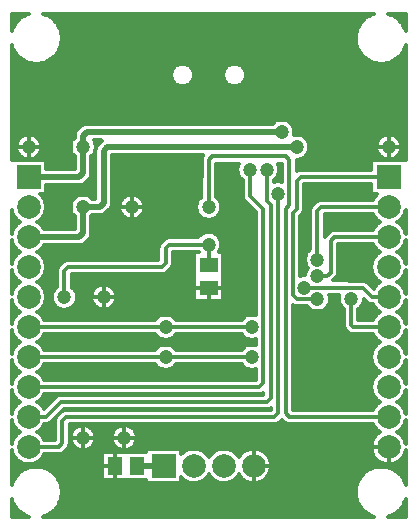
<source format=gbr>
G04 DipTrace 3.1.0.1*
G04 Íèæíèé.gbr*
%MOIN*%
G04 #@! TF.FileFunction,Copper,L2,Bot*
G04 #@! TF.Part,Single*
G04 #@! TA.AperFunction,CopperBalancing*
%ADD14C,0.011811*%
G04 #@! TA.AperFunction,Conductor*
%ADD15C,0.019685*%
%ADD19R,0.051181X0.059055*%
%ADD20R,0.059055X0.051181*%
G04 #@! TA.AperFunction,ComponentPad*
%ADD26R,0.07874X0.07874*%
%ADD27C,0.07874*%
G04 #@! TA.AperFunction,ViaPad*
%ADD32C,0.047244*%
%FSLAX26Y26*%
G04*
G70*
G90*
G75*
G01*
G04 Bottom*
%LPD*%
X62500Y637500D2*
D14*
X600001D1*
X806335D1*
Y637567D1*
X518804D2*
X600001Y637500D1*
X806335Y537556D2*
X593749D1*
X62500D1*
Y537500D1*
X518804Y537556D2*
X593749D1*
X62500Y437500D2*
X831291D1*
X843839Y450047D1*
Y1031358D1*
X800084Y1075113D1*
Y1162622D1*
X856249Y1162500D2*
Y1056451D1*
X868841Y1043860D1*
Y400042D1*
X856340Y387541D1*
X168768D1*
X118727Y337500D1*
X62500D1*
X893751Y1081252D2*
Y349944D1*
X881343Y337535D1*
X187520D1*
X175018Y325034D1*
Y250026D1*
X162492Y237500D1*
X62500D1*
X1137619Y731327D2*
Y643818D1*
X1143937Y637500D1*
X1262500D1*
X981353Y768752D2*
X1175202D1*
X1206454Y737500D1*
X1262500D1*
X662570Y1037609D2*
Y1193875D1*
X674895Y1206201D1*
X918848D1*
X931252Y1193797D1*
Y1043587D1*
X918752Y1031087D1*
Y349957D1*
X931209Y337500D1*
X1262500D1*
X1025108Y806335D2*
X1056538D1*
X1068864Y818660D1*
Y924921D1*
X1081442Y937500D1*
X1262500D1*
X1025108Y862591D2*
Y1024930D1*
X1037677Y1037500D1*
X1262500D1*
X1025108Y731327D2*
X956176D1*
X943752Y743751D1*
Y1018760D1*
X956252Y1031260D1*
Y1124843D1*
X968909Y1137500D1*
X1262500D1*
X424942Y175018D2*
D15*
X512570D1*
X181269Y737577D2*
D14*
Y825087D1*
X193770Y837588D1*
X506303D1*
X518804Y850089D1*
Y900094D1*
X531306Y912596D1*
X662570D1*
Y843839D2*
Y912596D1*
X906249Y1287500D2*
D15*
X256142D1*
X243776Y1275134D1*
Y1237630D1*
X62500Y1137500D2*
X231155D1*
X243776Y1150121D1*
Y1237630D1*
X956350D2*
X325034D1*
X312533Y1225129D1*
Y1050110D1*
X300031Y1037609D1*
X243776D1*
X62500Y937500D2*
X231176D1*
X243776Y950100D1*
Y1037609D1*
D32*
X1137619Y731327D3*
X1025108Y862591D3*
Y806335D3*
Y731327D3*
X243776Y1237630D3*
X893751Y1081252D3*
X800084Y1162622D3*
X856249Y1162500D3*
X662570Y1037609D3*
X906249Y1287500D3*
X956350Y1237630D3*
X806335Y537556D3*
Y637567D3*
X981353Y768752D3*
X243776Y268778D3*
Y1037609D3*
X518804Y637567D3*
Y537556D3*
X381290Y268778D3*
X662570Y912596D3*
X181269Y737577D3*
X406293Y1037609D3*
X62507Y1237630D3*
X1262633D3*
X312533Y737577D3*
X7100Y1669916D2*
D14*
X38371D1*
X136629D2*
X1188377D1*
X1286635D2*
X1317907D1*
X7100Y1658236D2*
X24714D1*
X150285D2*
X1174720D1*
X1300291D2*
X1317907D1*
X7100Y1646556D2*
X15454D1*
X159535D2*
X1165470D1*
X1309542D2*
X1317907D1*
X165949Y1634877D2*
X1159058D1*
X170217Y1623197D2*
X1154790D1*
X172685Y1611517D2*
X1152322D1*
X173469Y1599837D2*
X1151537D1*
X172638Y1588157D2*
X1152367D1*
X170123Y1576478D2*
X1154882D1*
X165810Y1564798D2*
X1159196D1*
X7100Y1553118D2*
X15684D1*
X159304D2*
X1165678D1*
X1309311D2*
X1317907D1*
X7100Y1541438D2*
X25014D1*
X149986D2*
X1175021D1*
X1299991D2*
X1317907D1*
X7100Y1529759D2*
X38856D1*
X136144D2*
X1188862D1*
X1286151D2*
X1317907D1*
X7100Y1518079D2*
X64508D1*
X110492D2*
X1214513D1*
X1260499D2*
X1317907D1*
X7100Y1506399D2*
X550559D1*
X601180D2*
X723780D1*
X774424D2*
X1317907D1*
X7100Y1494719D2*
X541262D1*
X610476D2*
X714483D1*
X783697D2*
X1317907D1*
X7100Y1483039D2*
X537549D1*
X614190D2*
X710769D1*
X787411D2*
X1317907D1*
X7100Y1471360D2*
X537686D1*
X614052D2*
X710907D1*
X787273D2*
X1317907D1*
X7100Y1459680D2*
X541747D1*
X609992D2*
X714967D1*
X783213D2*
X1317907D1*
X7100Y1448000D2*
X551689D1*
X600050D2*
X724909D1*
X773270D2*
X1317907D1*
X7100Y1436320D2*
X1317907D1*
X7100Y1424640D2*
X1317907D1*
X7100Y1412961D2*
X1317907D1*
X7100Y1401281D2*
X1317907D1*
X7100Y1389601D2*
X1317907D1*
X7100Y1377921D2*
X1317907D1*
X7100Y1366241D2*
X1317907D1*
X7100Y1354562D2*
X1317907D1*
X7100Y1342882D2*
X1317907D1*
X7100Y1331202D2*
X1317907D1*
X7100Y1319522D2*
X878176D1*
X934311D2*
X1317907D1*
X7100Y1307843D2*
X235675D1*
X943954D2*
X1317907D1*
X7100Y1296163D2*
X223979D1*
X948336D2*
X1317907D1*
X7100Y1284483D2*
X216159D1*
X949144D2*
X1317907D1*
X7100Y1272803D2*
X38717D1*
X86293D2*
X214567D1*
X980148D2*
X1238850D1*
X1286427D2*
X1317907D1*
X7100Y1261123D2*
X26744D1*
X98266D2*
X208016D1*
X992121D2*
X1226856D1*
X1298399D2*
X1317907D1*
X7100Y1249444D2*
X21209D1*
X103802D2*
X202479D1*
X285073D2*
X296022D1*
X997634D2*
X1221343D1*
X1303913D2*
X1317907D1*
X7100Y1237764D2*
X19524D1*
X105509D2*
X200773D1*
X999341D2*
X1219635D1*
X1305619D2*
X1317907D1*
X7100Y1226084D2*
X21139D1*
X103871D2*
X202411D1*
X997726D2*
X1221273D1*
X1304005D2*
X1317907D1*
X7100Y1214404D2*
X26560D1*
X98450D2*
X207832D1*
X279722D2*
X283304D1*
X992304D2*
X1226694D1*
X1298584D2*
X1317907D1*
X7100Y1202724D2*
X38302D1*
X86709D2*
X214567D1*
X272986D2*
X283311D1*
X341753D2*
X638980D1*
X980541D2*
X1238436D1*
X1286819D2*
X1317907D1*
X121241Y1191045D2*
X214567D1*
X272986D2*
X283311D1*
X341753D2*
X637297D1*
X956526D2*
X1203764D1*
X121241Y1179365D2*
X214567D1*
X272986D2*
X283311D1*
X341753D2*
X637297D1*
X687848D2*
X760597D1*
X895694D2*
X905974D1*
X956526D2*
X1203764D1*
X121241Y1167685D2*
X214567D1*
X272986D2*
X283311D1*
X341753D2*
X637297D1*
X687848D2*
X757390D1*
X898924D2*
X905959D1*
X956526D2*
X1203764D1*
X272986Y1156005D2*
X283311D1*
X341753D2*
X637297D1*
X687848D2*
X757621D1*
X898739D2*
X905974D1*
X272386Y1144325D2*
X283311D1*
X341753D2*
X637297D1*
X687848D2*
X761312D1*
X895094D2*
X905974D1*
X266873Y1132646D2*
X283311D1*
X341753D2*
X637297D1*
X687848D2*
X769755D1*
X886698D2*
X905974D1*
X255454Y1120966D2*
X283311D1*
X341753D2*
X637297D1*
X687848D2*
X774807D1*
X121241Y1109286D2*
X283311D1*
X341753D2*
X637297D1*
X687848D2*
X774807D1*
X981531D2*
X1203764D1*
X121241Y1097606D2*
X283311D1*
X341753D2*
X637297D1*
X687848D2*
X774807D1*
X981531D2*
X1203764D1*
X121241Y1085927D2*
X283311D1*
X341753D2*
X637297D1*
X687848D2*
X774807D1*
X981531D2*
X1203764D1*
X107978Y1074247D2*
X222457D1*
X265097D2*
X283311D1*
X341753D2*
X384974D1*
X427613D2*
X637297D1*
X687848D2*
X774829D1*
X981531D2*
X1217005D1*
X115497Y1062567D2*
X209054D1*
X341753D2*
X371571D1*
X441016D2*
X627839D1*
X697306D2*
X778336D1*
X981531D2*
X1209508D1*
X119650Y1050887D2*
X202941D1*
X341753D2*
X365458D1*
X447130D2*
X621748D1*
X703396D2*
X789063D1*
X981531D2*
X1015802D1*
X121219Y1039207D2*
X200819D1*
X339538D2*
X363336D1*
X449252D2*
X619602D1*
X705542D2*
X800736D1*
X981531D2*
X1004522D1*
X120365Y1027528D2*
X202018D1*
X330772D2*
X364535D1*
X448052D2*
X620802D1*
X704319D2*
X812408D1*
X981232D2*
X999978D1*
X117021Y1015848D2*
X206886D1*
X318892D2*
X369403D1*
X443185D2*
X625693D1*
X699451D2*
X818567D1*
X975949D2*
X999839D1*
X7100Y1004168D2*
X14394D1*
X110608D2*
X214567D1*
X272986D2*
X380014D1*
X432573D2*
X636281D1*
X688840D2*
X818567D1*
X969029D2*
X999839D1*
X1050391D2*
X1214399D1*
X1310602D2*
X1317907D1*
X7100Y992488D2*
X25453D1*
X99558D2*
X214567D1*
X272986D2*
X818567D1*
X969029D2*
X999839D1*
X1050391D2*
X1225448D1*
X1299552D2*
X1317907D1*
X7100Y980808D2*
X23399D1*
X101588D2*
X214567D1*
X272986D2*
X818567D1*
X969029D2*
X999839D1*
X1050391D2*
X1223395D1*
X1301583D2*
X1317907D1*
X7100Y969129D2*
X13241D1*
X111761D2*
X214567D1*
X272986D2*
X818567D1*
X969029D2*
X999839D1*
X1050391D2*
X1213222D1*
X1311780D2*
X1317907D1*
X272986Y957449D2*
X818567D1*
X969029D2*
X999839D1*
X1050391D2*
X1066738D1*
X272663Y945769D2*
X635934D1*
X689209D2*
X818567D1*
X969029D2*
X999839D1*
X1050391D2*
X1054445D1*
X267957Y934089D2*
X519232D1*
X699613D2*
X818567D1*
X969029D2*
X999839D1*
X256907Y922409D2*
X505852D1*
X704388D2*
X818567D1*
X969029D2*
X999839D1*
X240667Y910730D2*
X496003D1*
X705518D2*
X818567D1*
X969029D2*
X999839D1*
X1094129D2*
X1210361D1*
X7100Y899050D2*
X18486D1*
X106525D2*
X493534D1*
X703304D2*
X818567D1*
X969029D2*
X999839D1*
X1094129D2*
X1218482D1*
X1306520D2*
X1317907D1*
X7100Y887370D2*
X32581D1*
X92429D2*
X493534D1*
X544085D2*
X613675D1*
X711470D2*
X818567D1*
X969029D2*
X990243D1*
X1094129D2*
X1232576D1*
X1292425D2*
X1317907D1*
X7100Y875690D2*
X18256D1*
X106755D2*
X493534D1*
X544085D2*
X613675D1*
X711470D2*
X818567D1*
X969029D2*
X984222D1*
X1094129D2*
X1218251D1*
X1306751D2*
X1317907D1*
X114782Y864010D2*
X493534D1*
X544085D2*
X613675D1*
X711470D2*
X818567D1*
X969029D2*
X982146D1*
X1094129D2*
X1210223D1*
X119304Y852331D2*
X173252D1*
X544085D2*
X613675D1*
X711470D2*
X818567D1*
X969029D2*
X983391D1*
X1094129D2*
X1205702D1*
X121150Y840651D2*
X161694D1*
X542148D2*
X613675D1*
X711470D2*
X818567D1*
X969029D2*
X988328D1*
X1094129D2*
X1203856D1*
X120596Y828971D2*
X156320D1*
X532944D2*
X613675D1*
X711470D2*
X818567D1*
X969029D2*
X988766D1*
X1094129D2*
X1204387D1*
X117573Y817291D2*
X155997D1*
X520463D2*
X613675D1*
X711470D2*
X818567D1*
X969029D2*
X983576D1*
X1094106D2*
X1207432D1*
X7100Y805612D2*
X13379D1*
X111600D2*
X155997D1*
X206549D2*
X613675D1*
X711470D2*
X818567D1*
X1090299D2*
X1213407D1*
X1311594D2*
X1317907D1*
X7100Y793932D2*
X23699D1*
X101287D2*
X155997D1*
X206549D2*
X613675D1*
X711470D2*
X818567D1*
X1079388D2*
X1223694D1*
X1301306D2*
X1317907D1*
X7100Y782252D2*
X25130D1*
X99881D2*
X155997D1*
X206549D2*
X613675D1*
X711470D2*
X818567D1*
X1196967D2*
X1225125D1*
X1299875D2*
X1317907D1*
X7100Y770572D2*
X14209D1*
X110791D2*
X154406D1*
X208140D2*
X285664D1*
X339400D2*
X613675D1*
X711470D2*
X818567D1*
X1208640D2*
X1214203D1*
X1310787D2*
X1317907D1*
X117113Y758892D2*
X144117D1*
X218429D2*
X275375D1*
X349689D2*
X613675D1*
X711470D2*
X818567D1*
X120412Y747213D2*
X139411D1*
X223135D2*
X270669D1*
X354394D2*
X613675D1*
X711470D2*
X818567D1*
X121196Y735533D2*
X138327D1*
X224219D2*
X269585D1*
X355479D2*
X613675D1*
X711470D2*
X818567D1*
X1067877D2*
X1094835D1*
X119604Y723853D2*
X140587D1*
X221936D2*
X271846D1*
X353218D2*
X818567D1*
X1067416D2*
X1095297D1*
X1179944D2*
X1184845D1*
X115360Y712173D2*
X146885D1*
X215661D2*
X278144D1*
X346920D2*
X818567D1*
X1063448D2*
X1099264D1*
X1175975D2*
X1209623D1*
X7100Y700493D2*
X17240D1*
X107770D2*
X160772D1*
X201751D2*
X292031D1*
X333033D2*
X818567D1*
X944022D2*
X995686D1*
X1054521D2*
X1108192D1*
X1167049D2*
X1217236D1*
X1307765D2*
X1317907D1*
X7100Y688814D2*
X30619D1*
X94390D2*
X818567D1*
X944022D2*
X1112344D1*
X1162896D2*
X1230615D1*
X1294386D2*
X1317907D1*
X7100Y677134D2*
X19571D1*
X105417D2*
X504098D1*
X533497D2*
X791647D1*
X944022D2*
X1112344D1*
X1162896D2*
X1219589D1*
X1305412D2*
X1317907D1*
X7100Y665454D2*
X10983D1*
X113999D2*
X486475D1*
X551144D2*
X774000D1*
X944022D2*
X1112344D1*
X1162896D2*
X1211008D1*
X1313993D2*
X1317916D1*
X944022Y653774D2*
X1112344D1*
X944022Y642094D2*
X1112413D1*
X944022Y630415D2*
X1116427D1*
X944022Y618735D2*
X1127638D1*
X7100Y607055D2*
X12458D1*
X112522D2*
X489035D1*
X548562D2*
X776560D1*
X944022D2*
X1212461D1*
X1312541D2*
X1317912D1*
X7100Y595375D2*
X22085D1*
X102903D2*
X818567D1*
X944022D2*
X1222104D1*
X1302898D2*
X1317907D1*
X7100Y583696D2*
X26975D1*
X98012D2*
X818567D1*
X944022D2*
X1226971D1*
X1298008D2*
X1317907D1*
X7100Y572016D2*
X15269D1*
X109753D2*
X493949D1*
X543671D2*
X781474D1*
X944022D2*
X1215252D1*
X1309749D2*
X1317907D1*
X944022Y560336D2*
X1208493D1*
X944022Y548656D2*
X1204848D1*
X944022Y536976D2*
X1203764D1*
X944022Y525297D2*
X1205079D1*
X944022Y513617D2*
X1208954D1*
X7100Y501937D2*
X16052D1*
X108946D2*
X495726D1*
X541871D2*
X783249D1*
X944022D2*
X1216059D1*
X1308942D2*
X1317907D1*
X7100Y490257D2*
X28429D1*
X96559D2*
X818567D1*
X944022D2*
X1228448D1*
X1296554D2*
X1317907D1*
X7100Y478577D2*
X21000D1*
X104009D2*
X818567D1*
X944022D2*
X1220996D1*
X1304005D2*
X1317907D1*
X7100Y466898D2*
X11812D1*
X113168D2*
X818567D1*
X944022D2*
X1211837D1*
X1313163D2*
X1317903D1*
X944022Y455218D2*
X1206555D1*
X944022Y443538D2*
X1204087D1*
X944022Y431858D2*
X1204041D1*
X944022Y420178D2*
X1206416D1*
X7100Y408499D2*
X11581D1*
X113399D2*
X155697D1*
X944022D2*
X1211608D1*
X1313394D2*
X1317899D1*
X7100Y396819D2*
X20609D1*
X104402D2*
X142778D1*
X944022D2*
X1220604D1*
X1304398D2*
X1317907D1*
X7100Y385139D2*
X29005D1*
X95982D2*
X131106D1*
X944022D2*
X1229024D1*
X1295978D2*
X1317907D1*
X7100Y373459D2*
X16375D1*
X108623D2*
X119433D1*
X944022D2*
X1216382D1*
X1308619D2*
X1317907D1*
X178266Y361780D2*
X868465D1*
X944022D2*
X1209139D1*
X143226Y326740D2*
X149825D1*
X128693Y315060D2*
X149745D1*
X891219D2*
X921245D1*
X7100Y303381D2*
X14946D1*
X110030D2*
X149745D1*
X200298D2*
X219135D1*
X268419D2*
X356646D1*
X405953D2*
X1214951D1*
X1310026D2*
X1317907D1*
X7100Y291701D2*
X26445D1*
X98542D2*
X149745D1*
X200298D2*
X207623D1*
X279929D2*
X345135D1*
X417440D2*
X1226463D1*
X1298538D2*
X1317907D1*
X7100Y280021D2*
X22524D1*
X102465D2*
X149745D1*
X285235D2*
X339829D1*
X422745D2*
X1222518D1*
X1302483D2*
X1317907D1*
X7100Y268341D2*
X12734D1*
X112291D2*
X149745D1*
X286757D2*
X338306D1*
X424269D2*
X1212714D1*
X1312287D2*
X1317920D1*
X284982Y256661D2*
X340083D1*
X422492D2*
X1207039D1*
X199766Y244982D2*
X208223D1*
X279329D2*
X345735D1*
X416840D2*
X1204248D1*
X193538Y233302D2*
X220472D1*
X267080D2*
X357984D1*
X404591D2*
X1203902D1*
X181866Y221622D2*
X305180D1*
X571307D2*
X577618D1*
X647525D2*
X677597D1*
X747526D2*
X777598D1*
X847528D2*
X1206001D1*
X7100Y209942D2*
X10798D1*
X114206D2*
X305180D1*
X659497D2*
X665633D1*
X759499D2*
X765636D1*
X859500D2*
X1210777D1*
X1314224D2*
X1317925D1*
X7100Y198262D2*
X19201D1*
X105786D2*
X305180D1*
X866398D2*
X1219197D1*
X1305804D2*
X1317907D1*
X7100Y186583D2*
X34472D1*
X90514D2*
X305180D1*
X870135D2*
X1234467D1*
X1290533D2*
X1317907D1*
X7100Y174903D2*
X305180D1*
X871311D2*
X1317907D1*
X7100Y163223D2*
X48198D1*
X126802D2*
X305180D1*
X870088D2*
X1198320D1*
X1276946D2*
X1317907D1*
X7100Y151543D2*
X30781D1*
X144218D2*
X305180D1*
X866306D2*
X1180879D1*
X1294362D2*
X1317907D1*
X7100Y139864D2*
X19639D1*
X155360D2*
X305180D1*
X659336D2*
X665803D1*
X759337D2*
X765808D1*
X859315D2*
X1169761D1*
X1305482D2*
X1317907D1*
X7100Y128184D2*
X11950D1*
X163064D2*
X305180D1*
X571307D2*
X577917D1*
X647202D2*
X677920D1*
X747203D2*
X777921D1*
X847205D2*
X1162056D1*
X1313186D2*
X1317911D1*
X168348Y116504D2*
X1156773D1*
X171669Y104824D2*
X1153451D1*
X173261Y93144D2*
X1151860D1*
X173238Y81465D2*
X1151883D1*
X171577Y69785D2*
X1153543D1*
X168209Y58105D2*
X1156934D1*
X7100Y46425D2*
X12135D1*
X162835D2*
X1162287D1*
X1312979D2*
X1317925D1*
X7100Y34745D2*
X19962D1*
X155037D2*
X1170084D1*
X1305159D2*
X1317907D1*
X7100Y23066D2*
X31219D1*
X143780D2*
X1181365D1*
X1293902D2*
X1317907D1*
X7100Y11386D2*
X48983D1*
X126017D2*
X1199127D1*
X1276115D2*
X1317907D1*
X620759Y887618D2*
X629041D1*
X628423Y888500D1*
X542913Y888501D1*
X542824Y848198D1*
X542234Y844465D1*
X541064Y840869D1*
X539348Y837500D1*
X537126Y834441D1*
X523340Y820551D1*
X520466Y818094D1*
X517241Y816119D1*
X513749Y814673D1*
X510072Y813790D1*
X506295Y813493D1*
X205375D1*
X205364Y771730D1*
X208423Y769371D1*
X213063Y764731D1*
X216919Y759424D1*
X219898Y753577D1*
X221925Y747339D1*
X222951Y740858D1*
Y734297D1*
X221925Y727816D1*
X219898Y721577D1*
X216919Y715731D1*
X213063Y710424D1*
X208423Y705783D1*
X203115Y701928D1*
X197269Y698949D1*
X191030Y696921D1*
X184550Y695895D1*
X177988D1*
X171508Y696921D1*
X165269Y698949D1*
X159423Y701928D1*
X154115Y705783D1*
X149475Y710424D1*
X145619Y715731D1*
X142640Y721577D1*
X140613Y727816D1*
X139587Y734297D1*
Y740858D1*
X140613Y747339D1*
X142640Y753577D1*
X145619Y759424D1*
X149475Y764731D1*
X154115Y769371D1*
X157173Y771724D1*
X157249Y826978D1*
X157840Y830711D1*
X159009Y834307D1*
X160726Y837676D1*
X162948Y840735D1*
X176734Y854625D1*
X179608Y857081D1*
X182832Y859056D1*
X186324Y860503D1*
X190001Y861386D1*
X193770Y861682D1*
X494698D1*
X494785Y901986D1*
X495375Y905719D1*
X496545Y909315D1*
X498260Y912684D1*
X500483Y915743D1*
X514268Y929634D1*
X517143Y932089D1*
X520367Y934064D1*
X523860Y935510D1*
X527537Y936394D1*
X531306Y936690D1*
X628400D1*
X630776Y939749D1*
X635416Y944390D1*
X640723Y948245D1*
X646570Y951224D1*
X652808Y953252D1*
X659289Y954278D1*
X665850D1*
X672331Y953252D1*
X678570Y951224D1*
X684416Y948245D1*
X689723Y944390D1*
X694364Y939749D1*
X698219Y934442D1*
X701198Y928596D1*
X703226Y922357D1*
X704252Y915877D1*
Y909315D1*
X703226Y902835D1*
X701198Y896596D1*
X698219Y890749D1*
X696085Y887627D1*
X710286Y887618D1*
Y725256D1*
X614853D1*
Y887618D1*
X620759D1*
X387068Y222735D2*
X455005D1*
X455010Y232577D1*
X570129D1*
Y213915D1*
X575188Y218786D1*
X578738Y221584D1*
X582495Y224096D1*
X586438Y226304D1*
X590543Y228196D1*
X594783Y229760D1*
X599133Y230987D1*
X603566Y231869D1*
X608054Y232400D1*
X612570Y232577D1*
X617085Y232400D1*
X621573Y231869D1*
X626007Y230987D1*
X630356Y229760D1*
X634596Y228196D1*
X638701Y226304D1*
X642644Y224096D1*
X646402Y221584D1*
X649951Y218786D1*
X653270Y215719D1*
X656337Y212400D1*
X659135Y208850D1*
X662552Y203475D1*
X666004Y208850D1*
X668802Y212400D1*
X671869Y215719D1*
X675188Y218786D1*
X678738Y221584D1*
X682495Y224096D1*
X686438Y226304D1*
X690543Y228196D1*
X694783Y229760D1*
X699133Y230987D1*
X703566Y231869D1*
X708054Y232400D1*
X712570Y232577D1*
X717085Y232400D1*
X721573Y231869D1*
X726007Y230987D1*
X730356Y229760D1*
X734596Y228196D1*
X738701Y226304D1*
X742644Y224096D1*
X746402Y221584D1*
X749951Y218786D1*
X753270Y215719D1*
X756337Y212400D1*
X759135Y208850D1*
X762552Y203475D1*
X765508Y208159D1*
X769150Y212804D1*
X773248Y217052D1*
X777760Y220860D1*
X782638Y224182D1*
X787831Y226990D1*
X793283Y229251D1*
X798940Y230941D1*
X804739Y232042D1*
X810621Y232545D1*
X816522Y232441D1*
X822383Y231735D1*
X828140Y230432D1*
X833734Y228545D1*
X839105Y226096D1*
X844197Y223110D1*
X848955Y219618D1*
X853332Y215656D1*
X857280Y211268D1*
X860757Y206499D1*
X863728Y201398D1*
X866161Y196018D1*
X868030Y190420D1*
X869315Y184659D1*
X870004Y178795D1*
X870080Y172657D1*
X869535Y166780D1*
X868392Y160988D1*
X866661Y155344D1*
X864362Y149908D1*
X861518Y144735D1*
X858159Y139881D1*
X854320Y135396D1*
X850043Y131329D1*
X845371Y127720D1*
X840354Y124610D1*
X835046Y122029D1*
X829500Y120005D1*
X823777Y118560D1*
X817936Y117710D1*
X812038Y117462D1*
X806146Y117819D1*
X800322Y118777D1*
X794626Y120328D1*
X789119Y122453D1*
X783858Y125131D1*
X778900Y128335D1*
X774295Y132028D1*
X770094Y136175D1*
X766339Y140728D1*
X763070Y145644D1*
X762572Y146503D1*
X759135Y141186D1*
X756337Y137636D1*
X753270Y134318D1*
X749951Y131251D1*
X746402Y128453D1*
X742644Y125941D1*
X738701Y123732D1*
X734596Y121841D1*
X730356Y120277D1*
X726007Y119050D1*
X721573Y118168D1*
X717085Y117636D1*
X712570Y117459D1*
X708054Y117636D1*
X703566Y118168D1*
X699133Y119050D1*
X694783Y120277D1*
X690543Y121841D1*
X686438Y123732D1*
X682495Y125941D1*
X678738Y128453D1*
X675188Y131251D1*
X671869Y134318D1*
X668802Y137636D1*
X666004Y141186D1*
X662587Y146562D1*
X659135Y141186D1*
X656337Y137636D1*
X653270Y134318D1*
X649951Y131251D1*
X646402Y128453D1*
X642644Y125941D1*
X638701Y123732D1*
X634596Y121841D1*
X630356Y120277D1*
X626007Y119050D1*
X621573Y118168D1*
X617085Y117636D1*
X612570Y117459D1*
X608054Y117636D1*
X603566Y118168D1*
X599133Y119050D1*
X594783Y120277D1*
X590543Y121841D1*
X586438Y123732D1*
X582495Y125941D1*
X578738Y128453D1*
X575188Y131251D1*
X570131Y136198D1*
X570129Y117459D1*
X455010D1*
Y127310D1*
X306360Y127302D1*
Y222735D1*
X387068D1*
X1319092Y1577020D2*
X1317188Y1571067D1*
X1314980Y1565591D1*
X1312398Y1560282D1*
X1309451Y1555165D1*
X1306156Y1550265D1*
X1302528Y1545608D1*
X1298584Y1541214D1*
X1294344Y1537105D1*
X1289828Y1533301D1*
X1285059Y1529820D1*
X1280059Y1526680D1*
X1274853Y1523896D1*
X1269465Y1521480D1*
X1263921Y1519446D1*
X1258251Y1517803D1*
X1252479Y1516558D1*
X1246635Y1515718D1*
X1240747Y1515286D1*
X1234843Y1515266D1*
X1228951Y1515656D1*
X1223101Y1516457D1*
X1217322Y1517661D1*
X1211639Y1519265D1*
X1206081Y1521261D1*
X1200677Y1523639D1*
X1195451Y1526387D1*
X1190430Y1529493D1*
X1185636Y1532940D1*
X1181094Y1536713D1*
X1176827Y1540793D1*
X1172853Y1545159D1*
X1169192Y1549791D1*
X1165864Y1554668D1*
X1162882Y1559764D1*
X1160262Y1565055D1*
X1158017Y1570517D1*
X1156157Y1576121D1*
X1154693Y1581840D1*
X1153630Y1587648D1*
X1152972Y1593516D1*
X1152727Y1599415D1*
X1152891Y1605316D1*
X1153466Y1611193D1*
X1154449Y1617014D1*
X1155835Y1622755D1*
X1157617Y1628383D1*
X1159786Y1633875D1*
X1162332Y1639202D1*
X1165243Y1644339D1*
X1168504Y1649261D1*
X1172100Y1653944D1*
X1176013Y1658365D1*
X1180224Y1662504D1*
X1184714Y1666339D1*
X1189459Y1669852D1*
X1194437Y1673026D1*
X1199625Y1675846D1*
X1204996Y1678299D1*
X1210524Y1680371D1*
X1214659Y1681601D1*
X110518Y1681596D1*
X118375Y1678957D1*
X123795Y1676615D1*
X129041Y1673904D1*
X134084Y1670833D1*
X138900Y1667420D1*
X143469Y1663678D1*
X147765Y1659629D1*
X151769Y1655290D1*
X155462Y1650682D1*
X158824Y1645829D1*
X161841Y1640753D1*
X164497Y1635480D1*
X166780Y1630035D1*
X168678Y1624445D1*
X170182Y1618735D1*
X171286Y1612934D1*
X171983Y1607072D1*
X172278Y1600001D1*
X172072Y1594101D1*
X171457Y1588228D1*
X170434Y1582413D1*
X169008Y1576684D1*
X167188Y1571067D1*
X164980Y1565591D1*
X162398Y1560282D1*
X159451Y1555165D1*
X156156Y1550265D1*
X152528Y1545608D1*
X148584Y1541214D1*
X144344Y1537105D1*
X139828Y1533301D1*
X135059Y1529820D1*
X130059Y1526680D1*
X124853Y1523896D1*
X119465Y1521480D1*
X113921Y1519446D1*
X108251Y1517803D1*
X102479Y1516558D1*
X96635Y1515718D1*
X90747Y1515286D1*
X84843Y1515266D1*
X78951Y1515656D1*
X73101Y1516457D1*
X67322Y1517661D1*
X61639Y1519265D1*
X56081Y1521261D1*
X50677Y1523639D1*
X45451Y1526387D1*
X40430Y1529493D1*
X35636Y1532940D1*
X31094Y1536713D1*
X26827Y1540793D1*
X22853Y1545159D1*
X19192Y1549791D1*
X15864Y1554668D1*
X12882Y1559764D1*
X10262Y1565055D1*
X8017Y1570517D1*
X5911Y1577081D1*
X5907Y1195060D1*
X120059Y1195059D1*
Y1165555D1*
X215743Y1165531D1*
X215744Y1206615D1*
X211982Y1210476D1*
X208126Y1215783D1*
X205147Y1221630D1*
X203119Y1227869D1*
X202093Y1234349D1*
Y1240911D1*
X203119Y1247391D1*
X205147Y1253630D1*
X208126Y1259476D1*
X211982Y1264783D1*
X215745Y1268614D1*
X215831Y1277333D1*
X216518Y1281677D1*
X217878Y1285861D1*
X219875Y1289781D1*
X222461Y1293339D1*
X236320Y1307322D1*
X239665Y1310178D1*
X243416Y1312476D1*
X247479Y1314160D1*
X251757Y1315186D1*
X256151Y1315531D1*
X875228D1*
X879096Y1319294D1*
X884403Y1323150D1*
X890249Y1326129D1*
X896488Y1328156D1*
X902969Y1329182D1*
X909530D1*
X916010Y1328156D1*
X922249Y1326129D1*
X928096Y1323150D1*
X933403Y1319294D1*
X938043Y1314654D1*
X941899Y1309346D1*
X944878Y1303500D1*
X946906Y1297261D1*
X947932Y1290781D1*
Y1284219D1*
X947033Y1278381D1*
X953070Y1279312D1*
X959631D1*
X966112Y1278286D1*
X972350Y1276259D1*
X978197Y1273280D1*
X983504Y1269424D1*
X988144Y1264783D1*
X992000Y1259476D1*
X994979Y1253630D1*
X997007Y1247391D1*
X998033Y1240911D1*
Y1234349D1*
X997007Y1227869D1*
X994979Y1221630D1*
X992000Y1215783D1*
X988144Y1210476D1*
X983504Y1205836D1*
X978197Y1201980D1*
X972350Y1199001D1*
X966112Y1196974D1*
X959631Y1195948D1*
X955261Y1195862D1*
X955346Y1176080D1*
Y1157417D1*
X957971Y1158969D1*
X961463Y1160416D1*
X965140Y1161298D1*
X968909Y1161594D1*
X1204923D1*
X1204941Y1195059D1*
X1319092D1*
X1319096Y1576980D1*
X1260336Y1681592D2*
X1268375Y1678957D1*
X1273795Y1676615D1*
X1279041Y1673904D1*
X1284084Y1670833D1*
X1288900Y1667420D1*
X1293469Y1663678D1*
X1297765Y1659629D1*
X1301769Y1655290D1*
X1305462Y1650682D1*
X1308824Y1645829D1*
X1311841Y1640753D1*
X1314497Y1635480D1*
X1316780Y1630035D1*
X1319096Y1622861D1*
Y1681572D1*
X1260525Y1681596D1*
X5911Y1622996D2*
X7617Y1628383D1*
X9786Y1633875D1*
X12332Y1639202D1*
X15243Y1644339D1*
X18504Y1649261D1*
X22100Y1653944D1*
X26013Y1658365D1*
X30224Y1662504D1*
X34714Y1666339D1*
X39459Y1669852D1*
X44437Y1673026D1*
X49625Y1675846D1*
X54996Y1678299D1*
X60524Y1680371D1*
X64659Y1681601D1*
X5927Y1681596D1*
X5907Y1623025D1*
X172071Y81600D2*
X171455Y75727D1*
X170433Y69912D1*
X169007Y64182D1*
X167186Y58566D1*
X164979Y53089D1*
X162396Y47781D1*
X159450Y42664D1*
X156155Y37764D1*
X152526Y33106D1*
X148583Y28713D1*
X144343Y24604D1*
X139827Y20799D1*
X135058Y17319D1*
X130058Y14178D1*
X124852Y11395D1*
X119463Y8979D1*
X113920Y6945D1*
X110354Y5912D1*
X1214668Y5907D1*
X1206210Y8769D1*
X1200806Y11147D1*
X1195580Y13895D1*
X1190559Y17001D1*
X1185765Y20448D1*
X1181223Y24220D1*
X1176955Y28301D1*
X1172982Y32667D1*
X1169320Y37299D1*
X1165992Y42176D1*
X1163010Y47272D1*
X1160391Y52563D1*
X1158146Y58025D1*
X1156286Y63629D1*
X1154822Y69348D1*
X1153759Y75156D1*
X1153101Y81024D1*
X1152856Y86923D1*
X1153020Y92824D1*
X1153594Y98701D1*
X1154577Y104522D1*
X1155963Y110262D1*
X1157745Y115891D1*
X1159915Y121383D1*
X1162461Y126710D1*
X1165371Y131846D1*
X1168633Y136769D1*
X1172228Y141451D1*
X1176142Y145873D1*
X1180353Y150012D1*
X1184843Y153846D1*
X1189588Y157360D1*
X1194566Y160534D1*
X1199753Y163354D1*
X1205125Y165807D1*
X1210652Y167879D1*
X1216312Y169562D1*
X1222075Y170846D1*
X1227913Y171727D1*
X1233799Y172199D1*
X1239703Y172261D1*
X1245597Y171911D1*
X1251451Y171152D1*
X1257240Y169987D1*
X1262933Y168421D1*
X1268504Y166465D1*
X1273924Y164123D1*
X1279169Y161412D1*
X1284213Y158341D1*
X1289029Y154928D1*
X1293597Y151186D1*
X1297894Y147136D1*
X1301898Y142798D1*
X1305591Y138190D1*
X1308953Y133337D1*
X1311970Y128261D1*
X1314626Y122988D1*
X1316908Y117543D1*
X1319094Y110860D1*
X1319080Y226930D1*
X1317701Y221192D1*
X1315740Y215623D1*
X1313219Y210286D1*
X1310165Y205234D1*
X1306610Y200522D1*
X1302591Y196198D1*
X1298150Y192310D1*
X1293333Y188896D1*
X1288194Y185993D1*
X1282783Y183634D1*
X1277160Y181839D1*
X1271382Y180630D1*
X1265510Y180020D1*
X1259608Y180013D1*
X1253735Y180612D1*
X1247955Y181808D1*
X1242328Y183592D1*
X1236912Y185941D1*
X1231766Y188833D1*
X1226944Y192236D1*
X1222495Y196117D1*
X1218466Y200432D1*
X1214902Y205136D1*
X1211837Y210181D1*
X1209306Y215513D1*
X1207333Y221077D1*
X1205941Y226814D1*
X1205144Y232663D1*
X1204950Y238563D1*
X1205362Y244451D1*
X1206374Y250266D1*
X1207978Y255948D1*
X1210154Y261434D1*
X1212881Y266671D1*
X1216129Y271598D1*
X1219865Y276169D1*
X1224050Y280332D1*
X1228639Y284045D1*
X1233584Y287269D1*
X1233990Y287499D1*
X1228668Y290934D1*
X1225118Y293732D1*
X1221799Y296799D1*
X1218732Y300118D1*
X1215934Y303668D1*
X1213423Y307425D1*
X1210276Y313406D1*
X929318Y313480D1*
X925584Y314071D1*
X921988Y315240D1*
X918619Y316957D1*
X915560Y319178D1*
X906260Y328374D1*
X896991Y319214D1*
X893932Y316991D1*
X890563Y315276D1*
X886967Y314106D1*
X883234Y313516D1*
X851815Y313441D1*
X199094D1*
X199038Y248135D1*
X198448Y244402D1*
X197278Y240806D1*
X195563Y237437D1*
X193340Y234378D1*
X179530Y220462D1*
X176655Y218007D1*
X173430Y216031D1*
X169938Y214585D1*
X166261Y213702D1*
X162492Y213406D1*
X114764D1*
X111577Y207425D1*
X109066Y203668D1*
X106268Y200118D1*
X103201Y196799D1*
X99882Y193732D1*
X96332Y190934D1*
X92575Y188423D1*
X88631Y186214D1*
X84526Y184323D1*
X80286Y182759D1*
X75937Y181531D1*
X71504Y180650D1*
X67016Y180118D1*
X62500Y179941D1*
X57984Y180118D1*
X53496Y180650D1*
X49063Y181531D1*
X44714Y182759D1*
X40474Y184323D1*
X36369Y186214D1*
X32425Y188423D1*
X28668Y190934D1*
X25118Y193732D1*
X21799Y196799D1*
X18732Y200118D1*
X15934Y203668D1*
X13423Y207425D1*
X11214Y211369D1*
X9323Y215474D1*
X7759Y219714D1*
X5908Y227197D1*
X5907Y110522D1*
X7615Y115882D1*
X9785Y121374D1*
X12331Y126701D1*
X15241Y131837D1*
X18503Y136760D1*
X22098Y141442D1*
X26012Y145864D1*
X30223Y150003D1*
X34713Y153837D1*
X39458Y157350D1*
X44436Y160525D1*
X49623Y163345D1*
X54995Y165798D1*
X60522Y167870D1*
X66182Y169552D1*
X71945Y170837D1*
X77783Y171718D1*
X83669Y172190D1*
X89573Y172252D1*
X95467Y171902D1*
X101322Y171143D1*
X107110Y169978D1*
X112803Y168412D1*
X118374Y166455D1*
X123794Y164114D1*
X129039Y161403D1*
X134083Y158332D1*
X138899Y154919D1*
X143467Y151177D1*
X147764Y147127D1*
X151768Y142789D1*
X155461Y138181D1*
X158823Y133328D1*
X161840Y128252D1*
X164496Y122979D1*
X166778Y117534D1*
X168677Y111944D1*
X170181Y106234D1*
X171285Y100433D1*
X171982Y94571D1*
X172277Y87500D1*
X172071Y81600D1*
X64678Y5906D2*
X56080Y8760D1*
X50676Y11138D1*
X45450Y13886D1*
X40429Y16992D1*
X35635Y20438D1*
X31093Y24211D1*
X26825Y28291D1*
X22852Y32657D1*
X19190Y37290D1*
X15862Y42167D1*
X12881Y47262D1*
X10261Y52554D1*
X8016Y58016D1*
X5909Y64580D1*
X5907Y5930D1*
X64478Y5907D1*
X1319101Y64081D2*
X1317316Y58575D1*
X1315109Y53098D1*
X1312526Y47790D1*
X1309580Y42673D1*
X1306285Y37773D1*
X1302656Y33115D1*
X1298713Y28722D1*
X1294472Y24613D1*
X1289957Y20808D1*
X1285188Y17328D1*
X1280188Y14188D1*
X1274982Y11404D1*
X1269593Y8988D1*
X1264050Y6954D1*
X1260440Y5908D1*
X1319076Y5907D1*
X1319096Y64062D1*
X786513Y1474713D2*
X785592Y1468895D1*
X783772Y1463294D1*
X781098Y1458047D1*
X777636Y1453282D1*
X773471Y1449117D1*
X768706Y1445655D1*
X763459Y1442982D1*
X757858Y1441161D1*
X752041Y1440240D1*
X746151D1*
X740333Y1441161D1*
X734732Y1442982D1*
X729486Y1445655D1*
X724720Y1449117D1*
X720555Y1453282D1*
X717093Y1458047D1*
X714420Y1463294D1*
X712600Y1468895D1*
X711678Y1474713D1*
Y1480602D1*
X712600Y1486420D1*
X714420Y1492021D1*
X717093Y1497268D1*
X720555Y1502033D1*
X724720Y1506198D1*
X729486Y1509660D1*
X734732Y1512333D1*
X740333Y1514154D1*
X746151Y1515075D1*
X752041D1*
X757858Y1514154D1*
X763459Y1512333D1*
X768706Y1509660D1*
X773471Y1506198D1*
X777636Y1502033D1*
X781098Y1497268D1*
X783772Y1492021D1*
X785592Y1486420D1*
X786513Y1480602D1*
Y1474713D1*
X613285D2*
X612364Y1468895D1*
X610543Y1463294D1*
X607870Y1458047D1*
X604408Y1453282D1*
X600243Y1449117D1*
X595478Y1445655D1*
X590231Y1442982D1*
X584630Y1441161D1*
X578812Y1440240D1*
X572923D1*
X567105Y1441161D1*
X561504Y1442982D1*
X556257Y1445655D1*
X551492Y1449117D1*
X547327Y1453282D1*
X543865Y1458047D1*
X541192Y1463294D1*
X539371Y1468895D1*
X538450Y1474713D1*
Y1480602D1*
X539371Y1486420D1*
X541192Y1492021D1*
X543865Y1497268D1*
X547327Y1502033D1*
X551492Y1506198D1*
X556257Y1509660D1*
X561504Y1512333D1*
X567105Y1514154D1*
X572923Y1515075D1*
X578812D1*
X584630Y1514154D1*
X590231Y1512333D1*
X595478Y1509660D1*
X600243Y1506198D1*
X604408Y1502033D1*
X607870Y1497268D1*
X610543Y1492021D1*
X612364Y1486420D1*
X613285Y1480602D1*
Y1474713D1*
X1223610Y1079941D2*
X1204941D1*
Y1113413D1*
X980350Y1113406D1*
X980273Y1029369D1*
X979681Y1025635D1*
X978513Y1022039D1*
X976797Y1018671D1*
X974573Y1015612D1*
X967857Y1008790D1*
X967846Y808307D1*
X971592Y809408D1*
X978072Y810434D1*
X983493Y810479D1*
X984451Y816096D1*
X986479Y822335D1*
X989458Y828181D1*
X993314Y833488D1*
X994193Y834440D1*
X991282Y838014D1*
X987854Y843609D1*
X985343Y849671D1*
X983811Y856050D1*
X983297Y862591D1*
X983811Y869131D1*
X985343Y875510D1*
X987854Y881572D1*
X991282Y887167D1*
X995543Y892155D1*
X1000531Y896416D1*
X1001012Y896738D1*
X1001088Y1026822D1*
X1001678Y1030555D1*
X1002848Y1034151D1*
X1004563Y1037520D1*
X1006786Y1040579D1*
X1020639Y1054538D1*
X1023514Y1056993D1*
X1026739Y1058969D1*
X1030231Y1060415D1*
X1033908Y1061298D1*
X1037677Y1061594D1*
X1210206D1*
X1213423Y1067575D1*
X1215934Y1071332D1*
X1218732Y1074882D1*
X1223680Y1079938D1*
X1319098Y1027232D2*
X1318469Y1024063D1*
X1317241Y1019714D1*
X1315677Y1015474D1*
X1313786Y1011369D1*
X1311577Y1007425D1*
X1309066Y1003668D1*
X1306268Y1000118D1*
X1303201Y996799D1*
X1299882Y993732D1*
X1296332Y990934D1*
X1290957Y987517D1*
X1296332Y984066D1*
X1299882Y981268D1*
X1303201Y978201D1*
X1306268Y974882D1*
X1309066Y971332D1*
X1311577Y967575D1*
X1313786Y963631D1*
X1315677Y959526D1*
X1317241Y955286D1*
X1318469Y950937D1*
X1319098Y947768D1*
X1319096Y1027030D1*
X1234043Y987517D2*
X1228668Y990934D1*
X1225118Y993732D1*
X1221799Y996799D1*
X1218732Y1000118D1*
X1215934Y1003668D1*
X1213423Y1007425D1*
X1210276Y1013406D1*
X1049186D1*
X1049202Y938862D1*
X1051825Y941959D1*
X1065794Y955822D1*
X1068853Y958045D1*
X1072222Y959760D1*
X1075818Y960929D1*
X1079551Y961520D1*
X1110970Y961594D1*
X1210234D1*
X1213423Y967575D1*
X1215934Y971332D1*
X1218732Y974882D1*
X1221799Y978201D1*
X1225118Y981268D1*
X1228668Y984066D1*
X1234043Y987483D1*
X1319098Y927232D2*
X1318469Y924063D1*
X1317241Y919714D1*
X1315677Y915474D1*
X1313786Y911369D1*
X1311577Y907425D1*
X1309066Y903668D1*
X1306268Y900118D1*
X1303201Y896799D1*
X1299882Y893732D1*
X1296332Y890934D1*
X1290957Y887517D1*
X1296332Y884066D1*
X1299882Y881268D1*
X1303201Y878201D1*
X1306268Y874882D1*
X1309066Y871332D1*
X1311577Y867575D1*
X1313786Y863631D1*
X1315677Y859526D1*
X1317241Y855286D1*
X1318469Y850937D1*
X1319098Y847768D1*
X1319096Y927005D1*
X1234043Y887517D2*
X1228668Y890934D1*
X1225118Y893732D1*
X1221799Y896799D1*
X1218732Y900118D1*
X1215934Y903668D1*
X1213423Y907425D1*
X1210276Y913406D1*
X1092970D1*
X1092883Y816769D1*
X1092293Y813035D1*
X1091123Y809440D1*
X1089408Y806071D1*
X1087185Y803012D1*
X1077130Y792852D1*
X1177093Y792772D1*
X1180827Y792181D1*
X1184423Y791013D1*
X1187791Y789297D1*
X1190850Y787073D1*
X1212319Y765710D1*
X1215934Y771332D1*
X1218732Y774882D1*
X1221799Y778201D1*
X1225118Y781268D1*
X1228668Y784066D1*
X1234043Y787483D1*
X1228668Y790934D1*
X1225118Y793732D1*
X1221799Y796799D1*
X1218732Y800118D1*
X1215934Y803668D1*
X1213423Y807425D1*
X1211214Y811369D1*
X1209323Y815474D1*
X1207759Y819714D1*
X1206531Y824063D1*
X1205650Y828496D1*
X1205118Y832984D1*
X1204941Y837500D1*
X1205118Y842016D1*
X1205650Y846504D1*
X1206531Y850937D1*
X1207759Y855286D1*
X1209323Y859526D1*
X1211214Y863631D1*
X1213423Y867575D1*
X1215934Y871332D1*
X1218732Y874882D1*
X1221799Y878201D1*
X1225118Y881268D1*
X1228668Y884066D1*
X1234043Y887483D1*
X1319098Y827232D2*
X1318469Y824063D1*
X1317241Y819714D1*
X1315677Y815474D1*
X1313786Y811369D1*
X1311577Y807425D1*
X1309066Y803668D1*
X1306268Y800118D1*
X1303201Y796799D1*
X1299882Y793732D1*
X1296332Y790934D1*
X1290957Y787517D1*
X1296332Y784066D1*
X1299882Y781268D1*
X1303201Y778201D1*
X1306268Y774882D1*
X1309066Y771332D1*
X1311577Y767575D1*
X1313786Y763631D1*
X1315677Y759526D1*
X1317241Y755286D1*
X1318469Y750937D1*
X1319098Y747768D1*
X1319096Y827026D1*
X1319098Y727232D2*
X1318469Y724063D1*
X1317241Y719714D1*
X1315677Y715474D1*
X1313786Y711369D1*
X1311577Y707425D1*
X1309066Y703668D1*
X1306268Y700118D1*
X1303201Y696799D1*
X1299882Y693732D1*
X1296332Y690934D1*
X1290957Y687517D1*
X1296332Y684066D1*
X1299882Y681268D1*
X1303201Y678201D1*
X1306268Y674882D1*
X1309066Y671332D1*
X1311577Y667575D1*
X1313786Y663631D1*
X1315677Y659526D1*
X1317241Y655286D1*
X1318469Y650937D1*
X1319098Y647768D1*
X1319096Y727003D1*
X1234043Y687517D2*
X1228668Y690934D1*
X1225118Y693732D1*
X1221799Y696799D1*
X1218732Y700118D1*
X1215934Y703668D1*
X1213423Y707425D1*
X1210276Y713406D1*
X1204563Y713479D1*
X1200829Y714071D1*
X1197234Y715239D1*
X1193865Y716955D1*
X1190806Y719178D1*
X1179417Y730462D1*
X1178916Y724786D1*
X1177385Y718407D1*
X1174873Y712345D1*
X1171445Y706751D1*
X1167184Y701762D1*
X1162196Y697501D1*
X1161715Y697180D1*
X1161714Y661591D1*
X1210213Y661594D1*
X1213423Y667575D1*
X1215934Y671332D1*
X1218732Y674882D1*
X1221799Y678201D1*
X1225118Y681268D1*
X1228668Y684066D1*
X1234043Y687483D1*
X1319098Y627232D2*
X1318469Y624063D1*
X1317241Y619714D1*
X1315677Y615474D1*
X1313786Y611369D1*
X1311577Y607425D1*
X1309066Y603668D1*
X1306268Y600118D1*
X1303201Y596799D1*
X1299882Y593732D1*
X1296332Y590934D1*
X1290957Y587517D1*
X1296332Y584066D1*
X1299882Y581268D1*
X1303201Y578201D1*
X1306268Y574882D1*
X1309066Y571332D1*
X1311577Y567575D1*
X1313786Y563631D1*
X1315677Y559526D1*
X1317241Y555286D1*
X1318469Y550937D1*
X1319098Y547768D1*
X1319096Y627024D1*
X1234043Y587517D2*
X1228668Y590934D1*
X1225118Y593732D1*
X1221799Y596799D1*
X1218732Y600118D1*
X1215934Y603668D1*
X1213423Y607425D1*
X1210276Y613406D1*
X1142046Y613480D1*
X1138312Y614071D1*
X1134717Y615239D1*
X1131348Y616955D1*
X1128289Y619178D1*
X1120581Y626780D1*
X1118126Y629655D1*
X1116151Y632879D1*
X1114705Y636371D1*
X1113822Y640049D1*
X1113525Y643825D1*
Y697175D1*
X1110466Y699533D1*
X1105825Y704173D1*
X1101970Y709480D1*
X1098991Y715327D1*
X1096963Y721566D1*
X1095937Y728046D1*
Y734608D1*
X1096963Y741088D1*
X1098010Y744668D1*
X1064727Y744657D1*
X1065764Y741088D1*
X1066790Y734608D1*
Y728046D1*
X1065764Y721566D1*
X1063736Y715327D1*
X1060757Y709480D1*
X1056902Y704173D1*
X1052261Y699533D1*
X1046954Y695677D1*
X1041108Y692698D1*
X1034869Y690671D1*
X1028388Y689644D1*
X1021827D1*
X1015346Y690671D1*
X1009108Y692698D1*
X1003261Y695677D1*
X997954Y699533D1*
X993314Y704173D1*
X990961Y707231D1*
X954285Y707307D1*
X950551Y707898D1*
X946955Y709066D1*
X943580Y710787D1*
X942846Y706283D1*
Y361572D1*
X1210220Y361594D1*
X1213423Y367575D1*
X1215934Y371332D1*
X1218732Y374882D1*
X1221799Y378201D1*
X1225118Y381268D1*
X1228668Y384066D1*
X1234043Y387483D1*
X1228668Y390934D1*
X1225118Y393732D1*
X1221799Y396799D1*
X1218732Y400118D1*
X1215934Y403668D1*
X1213423Y407425D1*
X1211214Y411369D1*
X1209323Y415474D1*
X1207759Y419714D1*
X1206531Y424063D1*
X1205650Y428496D1*
X1205118Y432984D1*
X1204941Y437500D1*
X1205118Y442016D1*
X1205650Y446504D1*
X1206531Y450937D1*
X1207759Y455286D1*
X1209323Y459526D1*
X1211214Y463631D1*
X1213423Y467575D1*
X1215934Y471332D1*
X1218732Y474882D1*
X1221799Y478201D1*
X1225118Y481268D1*
X1228668Y484066D1*
X1234043Y487483D1*
X1228668Y490934D1*
X1225118Y493732D1*
X1221799Y496799D1*
X1218732Y500118D1*
X1215934Y503668D1*
X1213423Y507425D1*
X1211214Y511369D1*
X1209323Y515474D1*
X1207759Y519714D1*
X1206531Y524063D1*
X1205650Y528496D1*
X1205118Y532984D1*
X1204941Y537500D1*
X1205118Y542016D1*
X1205650Y546504D1*
X1206531Y550937D1*
X1207759Y555286D1*
X1209323Y559526D1*
X1211214Y563631D1*
X1213423Y567575D1*
X1215934Y571332D1*
X1218732Y574882D1*
X1221799Y578201D1*
X1225118Y581268D1*
X1228668Y584066D1*
X1234043Y587483D1*
X1319098Y527232D2*
X1318469Y524063D1*
X1317241Y519714D1*
X1315677Y515474D1*
X1313786Y511369D1*
X1311577Y507425D1*
X1309066Y503668D1*
X1306268Y500118D1*
X1303201Y496799D1*
X1299882Y493732D1*
X1296332Y490934D1*
X1290957Y487517D1*
X1296332Y484066D1*
X1299882Y481268D1*
X1303201Y478201D1*
X1306268Y474882D1*
X1309066Y471332D1*
X1311577Y467575D1*
X1313786Y463631D1*
X1315677Y459526D1*
X1317241Y455286D1*
X1318469Y450937D1*
X1319098Y447768D1*
X1319096Y526999D1*
X1319098Y427232D2*
X1318469Y424063D1*
X1317241Y419714D1*
X1315677Y415474D1*
X1313786Y411369D1*
X1311577Y407425D1*
X1309066Y403668D1*
X1306268Y400118D1*
X1303201Y396799D1*
X1299882Y393732D1*
X1296332Y390934D1*
X1290957Y387517D1*
X1296332Y384066D1*
X1299882Y381268D1*
X1303201Y378201D1*
X1306268Y374882D1*
X1309066Y371332D1*
X1311577Y367575D1*
X1313786Y363631D1*
X1315677Y359526D1*
X1317241Y355286D1*
X1318469Y350937D1*
X1319098Y347768D1*
X1319096Y427021D1*
X1319098Y327232D2*
X1318469Y324063D1*
X1317241Y319714D1*
X1315677Y315474D1*
X1313786Y311369D1*
X1311577Y307425D1*
X1309066Y303668D1*
X1306268Y300118D1*
X1303201Y296799D1*
X1299882Y293732D1*
X1296332Y290934D1*
X1290957Y287517D1*
X1295108Y284932D1*
X1299794Y281344D1*
X1304088Y277293D1*
X1307945Y272824D1*
X1311324Y267984D1*
X1314189Y262824D1*
X1316510Y257396D1*
X1318265Y251760D1*
X1319096Y248033D1*
Y326996D1*
X120059Y1109453D2*
Y1079941D1*
X101396D1*
X106268Y1074882D1*
X109066Y1071332D1*
X111577Y1067575D1*
X113786Y1063631D1*
X115677Y1059526D1*
X117241Y1055286D1*
X118469Y1050937D1*
X119350Y1046504D1*
X119882Y1042016D1*
X120059Y1037500D1*
X119882Y1032984D1*
X119350Y1028496D1*
X118469Y1024063D1*
X117241Y1019714D1*
X115677Y1015474D1*
X113786Y1011369D1*
X111577Y1007425D1*
X109066Y1003668D1*
X106268Y1000118D1*
X103201Y996799D1*
X99882Y993732D1*
X96332Y990934D1*
X90957Y987517D1*
X96332Y984066D1*
X99882Y981268D1*
X103201Y978201D1*
X106268Y974882D1*
X109066Y971332D1*
X112724Y965526D1*
X215743Y965531D1*
X215744Y1006594D1*
X211982Y1010455D1*
X208126Y1015762D1*
X205147Y1021609D1*
X203119Y1027848D1*
X202093Y1034328D1*
Y1040890D1*
X203119Y1047370D1*
X205147Y1053609D1*
X208126Y1059455D1*
X211982Y1064762D1*
X216622Y1069403D1*
X221929Y1073259D1*
X227776Y1076238D1*
X234014Y1078265D1*
X240495Y1079291D1*
X247056D1*
X253537Y1078265D1*
X259776Y1076238D1*
X265622Y1073259D1*
X270929Y1069403D1*
X274760Y1065639D1*
X284491Y1065640D1*
X284588Y1227328D1*
X285276Y1231672D1*
X286635Y1235856D1*
X288633Y1239776D1*
X291218Y1243333D1*
X305213Y1257451D1*
X306836Y1258950D1*
X303887Y1259469D1*
X279412D1*
X282404Y1253630D1*
X284432Y1247391D1*
X285458Y1240911D1*
Y1234349D1*
X284432Y1227869D1*
X282404Y1221630D1*
X279425Y1215783D1*
X275570Y1210476D1*
X271806Y1206646D1*
X271720Y1147921D1*
X271033Y1143577D1*
X269673Y1139394D1*
X267676Y1135474D1*
X265091Y1131916D1*
X250976Y1117678D1*
X247631Y1114822D1*
X243881Y1112524D1*
X239818Y1110840D1*
X235539Y1109814D1*
X231146Y1109469D1*
X120080D1*
X34043Y987517D2*
X28668Y990934D1*
X25118Y993732D1*
X21799Y996799D1*
X18732Y1000118D1*
X15934Y1003668D1*
X13423Y1007425D1*
X11214Y1011369D1*
X9323Y1015474D1*
X7759Y1019714D1*
X5908Y1027197D1*
X5907Y947997D1*
X7759Y955286D1*
X9323Y959526D1*
X11214Y963631D1*
X13423Y967575D1*
X15934Y971332D1*
X18732Y974882D1*
X21799Y978201D1*
X25118Y981268D1*
X28668Y984066D1*
X34043Y987483D1*
X112724Y909474D2*
X109066Y903668D1*
X106268Y900118D1*
X103201Y896799D1*
X99882Y893732D1*
X96332Y890934D1*
X90957Y887517D1*
X96332Y884066D1*
X99882Y881268D1*
X103201Y878201D1*
X106268Y874882D1*
X109066Y871332D1*
X111577Y867575D1*
X113786Y863631D1*
X115677Y859526D1*
X117241Y855286D1*
X118469Y850937D1*
X119350Y846504D1*
X119882Y842016D1*
X120059Y837500D1*
X119882Y832984D1*
X119350Y828496D1*
X118469Y824063D1*
X117241Y819714D1*
X115677Y815474D1*
X113786Y811369D1*
X111577Y807425D1*
X109066Y803668D1*
X106268Y800118D1*
X103201Y796799D1*
X99882Y793732D1*
X96332Y790934D1*
X90957Y787517D1*
X96332Y784066D1*
X99882Y781268D1*
X103201Y778201D1*
X106268Y774882D1*
X109066Y771332D1*
X111577Y767575D1*
X113786Y763631D1*
X115677Y759526D1*
X117241Y755286D1*
X118469Y750937D1*
X119350Y746504D1*
X119882Y742016D1*
X120059Y737500D1*
X119882Y732984D1*
X119350Y728496D1*
X118469Y724063D1*
X117241Y719714D1*
X115677Y715474D1*
X113786Y711369D1*
X111577Y707425D1*
X109066Y703668D1*
X106268Y700118D1*
X103201Y696799D1*
X99882Y693732D1*
X96332Y690934D1*
X90957Y687517D1*
X96332Y684066D1*
X99882Y681268D1*
X103201Y678201D1*
X106268Y674882D1*
X109066Y671332D1*
X111577Y667575D1*
X114724Y661594D1*
X484583D1*
X487010Y664720D1*
X491651Y669361D1*
X496958Y673217D1*
X502804Y676196D1*
X509043Y678223D1*
X515524Y679249D1*
X522085D1*
X528566Y678223D1*
X534804Y676196D1*
X540651Y673217D1*
X545958Y669361D1*
X550598Y664720D1*
X552965Y661642D1*
X772114Y661594D1*
X774541Y664720D1*
X779181Y669361D1*
X784488Y673217D1*
X790335Y676196D1*
X796573Y678223D1*
X803054Y679249D1*
X809615D1*
X816096Y678223D1*
X819748Y677150D1*
X819744Y1021382D1*
X781762Y1059465D1*
X779539Y1062524D1*
X777823Y1065892D1*
X776655Y1069488D1*
X776063Y1073222D1*
X775990Y1104640D1*
Y1128470D1*
X772930Y1130828D1*
X768290Y1135469D1*
X764434Y1140776D1*
X761455Y1146622D1*
X759428Y1152861D1*
X758402Y1159341D1*
Y1165903D1*
X759428Y1172383D1*
X761455Y1178622D1*
X763112Y1182108D1*
X686664Y1182064D1*
Y1071774D1*
X689723Y1069403D1*
X694364Y1064762D1*
X698219Y1059455D1*
X701198Y1053609D1*
X703226Y1047370D1*
X704252Y1040890D1*
Y1034328D1*
X703226Y1027848D1*
X701198Y1021609D1*
X698219Y1015762D1*
X694364Y1010455D1*
X689723Y1005815D1*
X684416Y1001959D1*
X678570Y998980D1*
X672331Y996953D1*
X665850Y995927D1*
X659289D1*
X652808Y996953D1*
X646570Y998980D1*
X640723Y1001959D1*
X635416Y1005815D1*
X630776Y1010455D1*
X626920Y1015762D1*
X623941Y1021609D1*
X621913Y1027848D1*
X620887Y1034328D1*
Y1040890D1*
X621913Y1047370D1*
X623941Y1053609D1*
X626920Y1059455D1*
X630776Y1064762D1*
X635416Y1069403D1*
X638474Y1071756D1*
X638549Y1195766D1*
X639140Y1199500D1*
X640308Y1203096D1*
X642025Y1206465D1*
X644253Y1209529D1*
X613831Y1209598D1*
X340585D1*
X340564Y1050110D1*
X340219Y1045726D1*
X339193Y1041448D1*
X337509Y1037385D1*
X335211Y1033634D1*
X332354Y1030289D1*
X318236Y1016294D1*
X314678Y1013709D1*
X310759Y1011711D1*
X306575Y1010352D1*
X302231Y1009664D1*
X276409Y1009577D1*
X274818D1*
X271806Y1006625D1*
X271720Y947900D1*
X271033Y943556D1*
X269673Y939373D1*
X267676Y935453D1*
X265091Y931895D1*
X250997Y917678D1*
X247652Y914822D1*
X243902Y912524D1*
X239839Y910840D1*
X235560Y909814D1*
X231167Y909469D1*
X112765D1*
X34043Y887517D2*
X28668Y890934D1*
X25118Y893732D1*
X21799Y896799D1*
X18732Y900118D1*
X15934Y903668D1*
X13423Y907425D1*
X11214Y911369D1*
X9323Y915474D1*
X7759Y919714D1*
X5908Y927197D1*
X5907Y848018D1*
X7759Y855286D1*
X9323Y859526D1*
X11214Y863631D1*
X13423Y867575D1*
X15934Y871332D1*
X18732Y874882D1*
X21799Y878201D1*
X25118Y881268D1*
X28668Y884066D1*
X34043Y887483D1*
Y787517D2*
X28668Y790934D1*
X25118Y793732D1*
X21799Y796799D1*
X18732Y800118D1*
X15934Y803668D1*
X13423Y807425D1*
X11214Y811369D1*
X9323Y815474D1*
X7759Y819714D1*
X5908Y827197D1*
X5907Y747995D1*
X7759Y755286D1*
X9323Y759526D1*
X11214Y763631D1*
X13423Y767575D1*
X15934Y771332D1*
X18732Y774882D1*
X21799Y778201D1*
X25118Y781268D1*
X28668Y784066D1*
X34043Y787483D1*
Y687517D2*
X28668Y690934D1*
X25118Y693732D1*
X21799Y696799D1*
X18732Y700118D1*
X15934Y703668D1*
X13423Y707425D1*
X11214Y711369D1*
X9323Y715474D1*
X7759Y719714D1*
X5908Y727197D1*
X5907Y648016D1*
X7759Y655286D1*
X9323Y659526D1*
X11214Y663631D1*
X13423Y667575D1*
X15934Y671332D1*
X18732Y674882D1*
X21799Y678201D1*
X25118Y681268D1*
X28668Y684066D1*
X34043Y687483D1*
X114724Y613406D2*
X111577Y607425D1*
X109066Y603668D1*
X106268Y600118D1*
X103201Y596799D1*
X99882Y593732D1*
X96332Y590934D1*
X90957Y587517D1*
X96332Y584066D1*
X99882Y581268D1*
X103201Y578201D1*
X106268Y574882D1*
X109066Y571332D1*
X111577Y567575D1*
X114694Y561659D1*
X484629Y561651D1*
X487010Y564710D1*
X491651Y569350D1*
X496958Y573206D1*
X502804Y576185D1*
X509043Y578213D1*
X515524Y579239D1*
X522085D1*
X528566Y578213D1*
X534804Y576185D1*
X540651Y573206D1*
X545958Y569350D1*
X550598Y564710D1*
X552951Y561652D1*
X772184Y561651D1*
X774541Y564710D1*
X779181Y569350D1*
X784488Y573206D1*
X790335Y576185D1*
X796573Y578213D1*
X803054Y579239D1*
X809615D1*
X816096Y578213D1*
X819748Y577139D1*
X819744Y597986D1*
X816096Y596911D1*
X809615Y595885D1*
X803054D1*
X796573Y596911D1*
X790335Y598938D1*
X784488Y601917D1*
X779181Y605773D1*
X774541Y610413D1*
X772231Y613407D1*
X552919Y613406D1*
X550598Y610413D1*
X545958Y605773D1*
X540651Y601917D1*
X534804Y598938D1*
X528566Y596911D1*
X522085Y595885D1*
X515524D1*
X509043Y596911D1*
X502804Y598938D1*
X496958Y601917D1*
X491651Y605773D1*
X487010Y610413D1*
X484701Y613407D1*
X114757Y613406D1*
X34043Y587517D2*
X28668Y590934D1*
X25118Y593732D1*
X21799Y596799D1*
X18732Y600118D1*
X15934Y603668D1*
X13423Y607425D1*
X11214Y611369D1*
X9323Y615474D1*
X7759Y619714D1*
X5908Y627197D1*
X5907Y547991D1*
X7759Y555286D1*
X9323Y559526D1*
X11214Y563631D1*
X13423Y567575D1*
X15934Y571332D1*
X18732Y574882D1*
X21799Y578201D1*
X25118Y581268D1*
X28668Y584066D1*
X34043Y587483D1*
X114753Y513469D2*
X111577Y507425D1*
X109066Y503668D1*
X106268Y500118D1*
X103201Y496799D1*
X99882Y493732D1*
X96332Y490934D1*
X90957Y487517D1*
X96332Y484066D1*
X99882Y481268D1*
X103201Y478201D1*
X106268Y474882D1*
X109066Y471332D1*
X111577Y467575D1*
X114724Y461594D1*
X819766D1*
X819744Y497961D1*
X816096Y496900D1*
X809615Y495874D1*
X803054D1*
X796573Y496900D1*
X790335Y498928D1*
X784488Y501907D1*
X779181Y505762D1*
X774541Y510403D1*
X772188Y513461D1*
X552987Y513462D1*
X550598Y510403D1*
X545958Y505762D1*
X540651Y501907D1*
X534804Y498928D1*
X528566Y496900D1*
X522085Y495874D1*
X515524D1*
X509043Y496900D1*
X502804Y498928D1*
X496958Y501907D1*
X491651Y505762D1*
X487010Y510403D1*
X484657Y513461D1*
X114780Y513462D1*
X34043Y487517D2*
X28668Y490934D1*
X25118Y493732D1*
X21799Y496799D1*
X18732Y500118D1*
X15934Y503668D1*
X13423Y507425D1*
X11214Y511369D1*
X9323Y515474D1*
X7759Y519714D1*
X5908Y527197D1*
X5907Y448013D1*
X7759Y455286D1*
X9323Y459526D1*
X11214Y463631D1*
X13423Y467575D1*
X15934Y471332D1*
X18732Y474882D1*
X21799Y478201D1*
X25118Y481268D1*
X28668Y484066D1*
X34043Y487483D1*
X114724Y413406D2*
X111577Y407425D1*
X109066Y403668D1*
X106268Y400118D1*
X103201Y396799D1*
X99882Y393732D1*
X96332Y390934D1*
X90957Y387517D1*
X96332Y384066D1*
X99882Y381268D1*
X103201Y378201D1*
X106268Y374882D1*
X109066Y371332D1*
X112707Y365556D1*
X153119Y405862D1*
X156178Y408084D1*
X159547Y409801D1*
X163143Y410970D1*
X166877Y411560D1*
X198295Y411635D1*
X844741D1*
X844747Y417505D1*
X842230Y416031D1*
X838738Y414585D1*
X835060Y413702D1*
X831283Y413406D1*
X114764D1*
X34043Y387517D2*
X28668Y390934D1*
X25118Y393732D1*
X21799Y396799D1*
X18732Y400118D1*
X15934Y403668D1*
X13423Y407425D1*
X11214Y411369D1*
X9323Y415474D1*
X7759Y419714D1*
X5908Y427197D1*
X5907Y347988D1*
X7759Y355286D1*
X9323Y359526D1*
X11214Y363631D1*
X13423Y367575D1*
X15934Y371332D1*
X18732Y374882D1*
X21799Y378201D1*
X25118Y381268D1*
X28668Y384066D1*
X34043Y387483D1*
X114724Y313406D2*
X111577Y307425D1*
X109066Y303668D1*
X106268Y300118D1*
X103201Y296799D1*
X99882Y293732D1*
X96332Y290934D1*
X90957Y287517D1*
X96332Y284066D1*
X99882Y281268D1*
X103201Y278201D1*
X106268Y274882D1*
X109066Y271332D1*
X111577Y267575D1*
X114724Y261594D1*
X150921D1*
X150999Y326925D1*
X151589Y330659D1*
X152759Y334255D1*
X154474Y337623D1*
X156697Y340682D1*
X170482Y354573D1*
X173357Y357029D1*
X176581Y359004D1*
X180073Y360450D1*
X183751Y361333D1*
X187528Y361630D1*
X869656Y361755D1*
Y367453D1*
X865560Y365281D1*
X861965Y364112D1*
X858231Y363521D1*
X826812Y363446D1*
X178752D1*
X134375Y319178D1*
X131316Y316957D1*
X127948Y315240D1*
X124352Y314071D1*
X120618Y313480D1*
X114782Y313406D1*
X34043Y287517D2*
X28668Y290934D1*
X25118Y293732D1*
X21799Y296799D1*
X18732Y300118D1*
X15934Y303668D1*
X13423Y307425D1*
X11214Y311369D1*
X9323Y315474D1*
X7759Y319714D1*
X5908Y327197D1*
X5907Y248009D1*
X7759Y255286D1*
X9323Y259526D1*
X11214Y263631D1*
X13423Y267575D1*
X15934Y271332D1*
X18732Y274882D1*
X21799Y278201D1*
X25118Y281268D1*
X28668Y284066D1*
X34043Y287483D1*
X880337Y1120835D2*
X883990Y1121908D1*
X890470Y1122934D1*
X897031D1*
X903512Y1121908D1*
X907164Y1120835D1*
X907037Y1182106D1*
X893173D1*
X894878Y1178500D1*
X896906Y1172261D1*
X897932Y1165781D1*
Y1159219D1*
X896906Y1152739D1*
X894878Y1146500D1*
X891899Y1140654D1*
X888043Y1135346D1*
X883403Y1130706D1*
X880345Y1128353D1*
X880344Y1120861D1*
X285570Y267597D2*
X285171Y262892D1*
X284243Y258262D1*
X282799Y253766D1*
X280857Y249462D1*
X278444Y245404D1*
X275587Y241644D1*
X272324Y238231D1*
X268698Y235206D1*
X264753Y232610D1*
X260542Y230476D1*
X256115Y228829D1*
X251533Y227693D1*
X246850Y227080D1*
X242130Y227000D1*
X237429Y227451D1*
X232810Y228430D1*
X228331Y229924D1*
X224049Y231913D1*
X220017Y234373D1*
X216290Y237272D1*
X212912Y240571D1*
X209929Y244231D1*
X207377Y248203D1*
X205289Y252440D1*
X203693Y256883D1*
X202606Y261479D1*
X202046Y266167D1*
X202018Y270888D1*
X202522Y275584D1*
X203552Y280192D1*
X205096Y284655D1*
X207133Y288915D1*
X209636Y292917D1*
X212576Y296613D1*
X215913Y299953D1*
X219606Y302896D1*
X223608Y305403D1*
X227866Y307444D1*
X232327Y308991D1*
X236934Y310026D1*
X241629Y310534D1*
X246350Y310510D1*
X251039Y309954D1*
X255635Y308871D1*
X260081Y307278D1*
X264318Y305194D1*
X268293Y302647D1*
X271955Y299665D1*
X275259Y296291D1*
X278160Y292567D1*
X280623Y288538D1*
X282615Y284257D1*
X284114Y279778D1*
X285097Y275160D1*
X285552Y270461D1*
X285570Y267597D1*
X423084D2*
X422685Y262892D1*
X421757Y258262D1*
X420314Y253766D1*
X418371Y249462D1*
X415958Y245404D1*
X413101Y241644D1*
X409839Y238231D1*
X406213Y235206D1*
X402268Y232610D1*
X398056Y230476D1*
X393630Y228829D1*
X389047Y227693D1*
X384365Y227080D1*
X379644Y227000D1*
X374944Y227451D1*
X370324Y228430D1*
X365845Y229924D1*
X361563Y231913D1*
X357531Y234373D1*
X353804Y237272D1*
X350427Y240571D1*
X347444Y244231D1*
X344891Y248203D1*
X342803Y252440D1*
X341207Y256883D1*
X340121Y261479D1*
X339560Y266167D1*
X339533Y270888D1*
X340037Y275584D1*
X341067Y280192D1*
X342610Y284655D1*
X344647Y288915D1*
X347151Y292917D1*
X350091Y296613D1*
X353428Y299953D1*
X357121Y302896D1*
X361122Y305403D1*
X365381Y307444D1*
X369841Y308991D1*
X374449Y310026D1*
X379143Y310534D1*
X383865Y310510D1*
X388554Y309954D1*
X393150Y308871D1*
X397596Y307278D1*
X401832Y305194D1*
X405807Y302647D1*
X409470Y299665D1*
X412773Y296291D1*
X415675Y292567D1*
X418138Y288538D1*
X420130Y284257D1*
X421629Y279778D1*
X422612Y275160D1*
X423067Y270461D1*
X423084Y267597D1*
X448087Y1036428D2*
X447688Y1031723D1*
X446760Y1027093D1*
X445316Y1022597D1*
X443374Y1018293D1*
X440961Y1014235D1*
X438104Y1010475D1*
X434841Y1007062D1*
X431215Y1004037D1*
X427270Y1001441D1*
X423059Y999307D1*
X418633Y997660D1*
X414050Y996524D1*
X409367Y995911D1*
X404647Y995831D1*
X399946Y996282D1*
X395327Y997261D1*
X390848Y998755D1*
X386566Y1000744D1*
X382534Y1003203D1*
X378807Y1006102D1*
X375429Y1009402D1*
X372446Y1013062D1*
X369894Y1017034D1*
X367806Y1021270D1*
X366210Y1025714D1*
X365123Y1030310D1*
X364563Y1034997D1*
X364535Y1039719D1*
X365039Y1044415D1*
X366070Y1049022D1*
X367613Y1053486D1*
X369650Y1057745D1*
X372154Y1061748D1*
X375093Y1065444D1*
X378430Y1068783D1*
X382123Y1071727D1*
X386125Y1074234D1*
X390383Y1076274D1*
X394844Y1077822D1*
X399451Y1078857D1*
X404146Y1079365D1*
X408867Y1079341D1*
X413556Y1078785D1*
X418152Y1077702D1*
X422598Y1076109D1*
X426835Y1074025D1*
X430810Y1071478D1*
X434472Y1068496D1*
X437776Y1065122D1*
X440677Y1061398D1*
X443140Y1057369D1*
X445133Y1053088D1*
X446631Y1048609D1*
X447614Y1043991D1*
X448070Y1039291D1*
X448087Y1036428D1*
X104301Y1236449D2*
X103902Y1231744D1*
X102974Y1227114D1*
X101530Y1222618D1*
X99588Y1218314D1*
X97175Y1214256D1*
X94318Y1210496D1*
X91055Y1207083D1*
X87429Y1204058D1*
X83484Y1201462D1*
X79273Y1199328D1*
X74846Y1197681D1*
X70264Y1196545D1*
X65581Y1195932D1*
X60861Y1195852D1*
X56160Y1196303D1*
X51541Y1197282D1*
X47062Y1198776D1*
X42780Y1200765D1*
X38748Y1203224D1*
X35021Y1206123D1*
X31643Y1209423D1*
X28660Y1213083D1*
X26108Y1217055D1*
X24020Y1221291D1*
X22424Y1225735D1*
X21337Y1230331D1*
X20777Y1235018D1*
X20749Y1239740D1*
X21253Y1244436D1*
X22283Y1249043D1*
X23827Y1253507D1*
X25864Y1257766D1*
X28367Y1261769D1*
X31307Y1265465D1*
X34644Y1268804D1*
X38337Y1271748D1*
X42339Y1274255D1*
X46597Y1276295D1*
X51058Y1277843D1*
X55665Y1278878D1*
X60360Y1279386D1*
X65081Y1279362D1*
X69770Y1278806D1*
X74366Y1277723D1*
X78812Y1276130D1*
X83049Y1274046D1*
X87024Y1271499D1*
X90686Y1268517D1*
X93990Y1265143D1*
X96891Y1261419D1*
X99354Y1257390D1*
X101346Y1253109D1*
X102845Y1248630D1*
X103828Y1244012D1*
X104283Y1239312D1*
X104301Y1236449D1*
X1304427D2*
X1304028Y1231744D1*
X1303100Y1227114D1*
X1301656Y1222618D1*
X1299714Y1218314D1*
X1297301Y1214256D1*
X1294444Y1210496D1*
X1291181Y1207083D1*
X1287555Y1204058D1*
X1283610Y1201462D1*
X1279399Y1199328D1*
X1274972Y1197681D1*
X1270390Y1196545D1*
X1265707Y1195932D1*
X1260987Y1195852D1*
X1256286Y1196303D1*
X1251667Y1197282D1*
X1247188Y1198776D1*
X1242906Y1200765D1*
X1238874Y1203224D1*
X1235147Y1206123D1*
X1231769Y1209423D1*
X1228786Y1213083D1*
X1226234Y1217055D1*
X1224146Y1221291D1*
X1222550Y1225735D1*
X1221463Y1230331D1*
X1220903Y1235018D1*
X1220875Y1239740D1*
X1221379Y1244436D1*
X1222409Y1249043D1*
X1223953Y1253507D1*
X1225990Y1257766D1*
X1228493Y1261769D1*
X1231433Y1265465D1*
X1234770Y1268804D1*
X1238463Y1271748D1*
X1242465Y1274255D1*
X1246723Y1276295D1*
X1251184Y1277843D1*
X1255791Y1278878D1*
X1260486Y1279386D1*
X1265207Y1279362D1*
X1269896Y1278806D1*
X1274492Y1277723D1*
X1278938Y1276130D1*
X1283175Y1274046D1*
X1287150Y1271499D1*
X1290812Y1268517D1*
X1294115Y1265143D1*
X1297017Y1261419D1*
X1299480Y1257390D1*
X1301472Y1253109D1*
X1302971Y1248630D1*
X1303954Y1244012D1*
X1304409Y1239312D1*
X1304427Y1236449D1*
X354327Y736396D2*
X353928Y731692D1*
X353000Y727062D1*
X351556Y722566D1*
X349614Y718261D1*
X347201Y714203D1*
X344344Y710444D1*
X341081Y707030D1*
X337455Y704005D1*
X333510Y701409D1*
X329299Y699276D1*
X324873Y697629D1*
X320290Y696492D1*
X315608Y695879D1*
X310887Y695799D1*
X306186Y696251D1*
X301567Y697230D1*
X297088Y698723D1*
X292806Y700713D1*
X288774Y703172D1*
X285047Y706071D1*
X281669Y709370D1*
X278686Y713030D1*
X276134Y717003D1*
X274046Y721239D1*
X272450Y725682D1*
X271364Y730278D1*
X270803Y734966D1*
X270776Y739688D1*
X271280Y744383D1*
X272310Y748991D1*
X273853Y753454D1*
X275890Y757714D1*
X278394Y761717D1*
X281333Y765412D1*
X284671Y768752D1*
X288364Y771696D1*
X292365Y774202D1*
X296623Y776243D1*
X301084Y777790D1*
X305692Y778825D1*
X310386Y779333D1*
X315108Y779310D1*
X319797Y778753D1*
X324392Y777671D1*
X328839Y776077D1*
X333075Y773993D1*
X337050Y771446D1*
X340713Y768465D1*
X344016Y765091D1*
X346917Y761366D1*
X349381Y757337D1*
X351373Y753056D1*
X352871Y748577D1*
X353854Y743959D1*
X354310Y739260D1*
X354327Y736396D1*
X662570Y769035D2*
Y725280D1*
X614877Y769035D2*
X710262D1*
X350139Y222711D2*
Y127325D1*
X306383Y175018D2*
X350139D1*
X1262500Y237500D2*
Y179965D1*
X1204965Y237500D2*
X1262500D1*
X812570Y232554D2*
Y117483D1*
Y175018D2*
X870105D1*
X243776Y310566D2*
Y226991D1*
X201988Y268778D2*
X285563D1*
X381290Y310566D2*
Y226991D1*
X339503Y268778D2*
X423077D1*
X406293Y1079396D2*
Y995822D1*
X364505Y1037609D2*
X448080D1*
X62507Y1279417D2*
Y1195843D1*
X20719Y1237630D2*
X104294D1*
X1262633Y1279417D2*
Y1195843D1*
X1220845Y1237630D2*
X1304420D1*
X312533Y779365D2*
Y695790D1*
X270745Y737577D2*
X354320D1*
D20*
X662570Y843839D3*
Y769035D3*
D19*
X424942Y175018D3*
X350139D3*
D26*
X1262500Y1137500D3*
D27*
Y1037500D3*
Y937500D3*
Y837500D3*
Y737500D3*
Y637500D3*
Y537500D3*
Y437500D3*
Y337500D3*
Y237500D3*
D26*
X62500Y1137500D3*
D27*
Y1037500D3*
Y937500D3*
Y837500D3*
Y737500D3*
Y637500D3*
Y537500D3*
Y437500D3*
Y337500D3*
Y237500D3*
D26*
X512570Y175018D3*
D27*
X612570D3*
X712570D3*
X812570D3*
M02*

</source>
